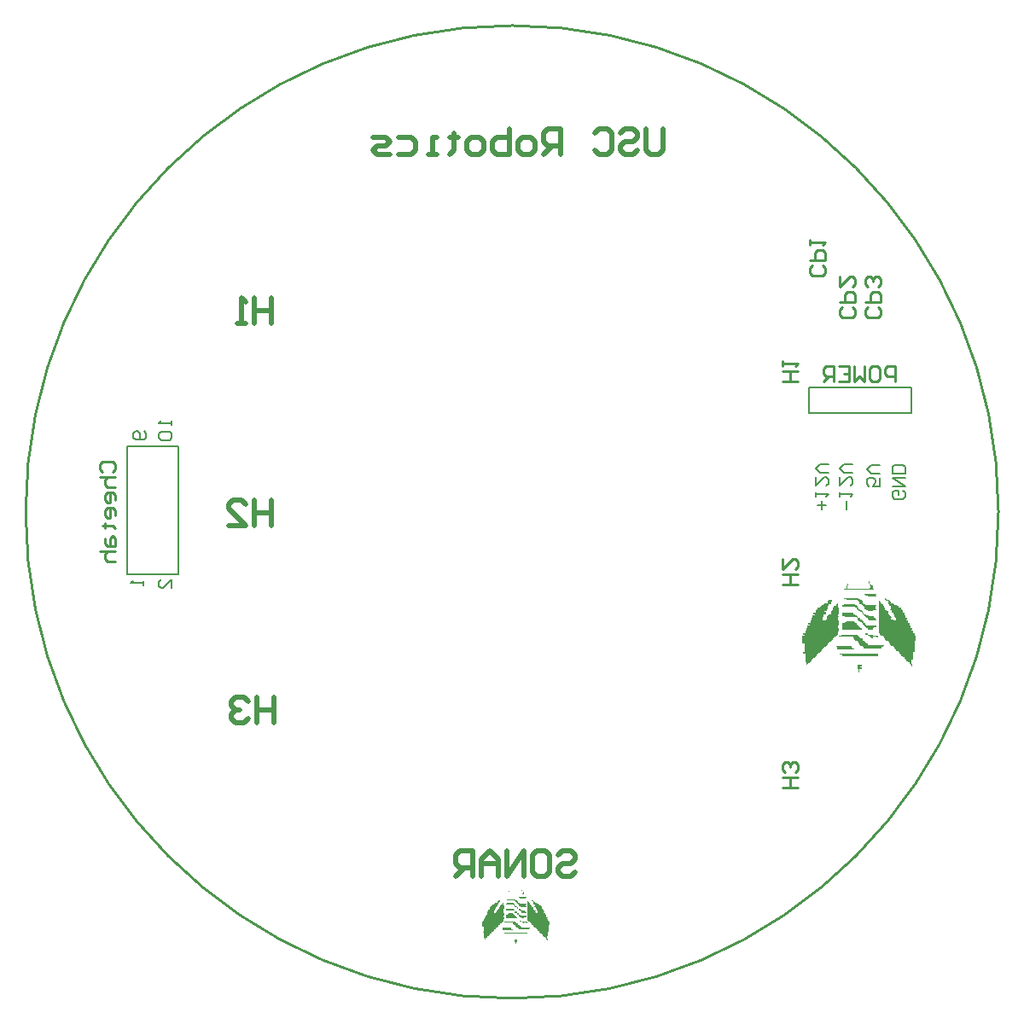
<source format=gbo>
%FSLAX25Y25*%
%MOIN*%
G70*
G01*
G75*
G04 Layer_Color=32896*
%ADD10R,0.03543X0.04331*%
%ADD11R,0.04331X0.03543*%
%ADD12R,0.03543X0.03937*%
%ADD13R,0.04016X0.01614*%
%ADD14R,0.05512X0.04921*%
%ADD15R,0.05512X0.04724*%
%ADD16R,0.04724X0.05512*%
%ADD17O,0.02362X0.08661*%
%ADD18C,0.01000*%
%ADD19C,0.05906*%
%ADD20R,0.05906X0.05906*%
%ADD21C,0.10000*%
%ADD22R,0.05906X0.05906*%
%ADD23C,0.06000*%
%ADD24C,0.05000*%
%ADD25C,0.10787*%
%ADD26R,0.04724X0.04724*%
%ADD27C,0.00787*%
%ADD28C,0.00984*%
%ADD29C,0.02362*%
%ADD30C,0.00800*%
%ADD31C,0.02000*%
G36*
X191346Y38404D02*
X191818D01*
Y38168D01*
X192055D01*
Y37932D01*
X192291D01*
Y37695D01*
Y37459D01*
X192528D01*
Y37222D01*
X193000D01*
Y36986D01*
X195601D01*
Y36750D01*
X195364D01*
Y36513D01*
Y36277D01*
Y36040D01*
X195601D01*
Y35804D01*
X194655D01*
Y35568D01*
X193473D01*
Y35804D01*
X193237D01*
Y36040D01*
X192764D01*
Y36277D01*
Y36513D01*
X192528D01*
Y36750D01*
X192291D01*
Y36986D01*
X192055D01*
Y37222D01*
X191582D01*
Y37459D01*
Y37695D01*
X191346D01*
Y37932D01*
X191109D01*
Y38168D01*
X188509D01*
Y38404D01*
X188036D01*
Y38641D01*
X191346D01*
Y38404D01*
D02*
G37*
G36*
X197728D02*
X197965D01*
Y38168D01*
X198438D01*
Y37932D01*
X198674D01*
Y37695D01*
X198910D01*
Y37459D01*
X199383D01*
Y37222D01*
X199619D01*
Y36986D01*
X200329D01*
Y36750D01*
X200565D01*
Y36513D01*
Y36277D01*
X201274D01*
Y36040D01*
X201511D01*
Y35804D01*
X201747D01*
Y35568D01*
Y35331D01*
Y35095D01*
X201983D01*
Y34858D01*
Y34622D01*
X202220D01*
Y34386D01*
Y34149D01*
Y33913D01*
X202693D01*
Y33676D01*
X202456D01*
Y33440D01*
X202929D01*
Y33204D01*
Y32967D01*
Y32731D01*
X203165D01*
Y32495D01*
Y32258D01*
X203402D01*
Y32022D01*
Y31785D01*
Y31549D01*
X203875D01*
Y31313D01*
X203638D01*
Y31076D01*
X204111D01*
Y30840D01*
Y30603D01*
Y30367D01*
X204347D01*
Y30130D01*
Y29894D01*
X204584D01*
Y29658D01*
Y29421D01*
Y29185D01*
Y28949D01*
Y28712D01*
X204347D01*
Y28476D01*
Y28239D01*
Y28003D01*
Y27767D01*
Y27530D01*
Y27294D01*
Y27057D01*
Y26821D01*
Y26585D01*
Y26348D01*
Y26112D01*
X204111D01*
Y25875D01*
Y25639D01*
Y25403D01*
Y25166D01*
Y24930D01*
Y24693D01*
Y24457D01*
Y24221D01*
X203638D01*
Y23984D01*
Y23748D01*
Y23511D01*
Y23275D01*
X203875D01*
Y23039D01*
Y22802D01*
X203638D01*
Y23039D01*
X203402D01*
Y23275D01*
X203165D01*
Y23511D01*
Y23748D01*
X202929D01*
Y23984D01*
X202456D01*
Y24221D01*
X202220D01*
Y24457D01*
X201983D01*
Y24693D01*
Y24930D01*
X201747D01*
Y25166D01*
X201274D01*
Y25403D01*
X201038D01*
Y25639D01*
X200801D01*
Y25875D01*
Y26112D01*
X200565D01*
Y26348D01*
X200092D01*
Y26585D01*
X199856D01*
Y26821D01*
X199619D01*
Y27057D01*
Y27294D01*
X199383D01*
Y27530D01*
X198910D01*
Y27767D01*
X198674D01*
Y28003D01*
X198438D01*
Y28239D01*
Y28476D01*
X198201D01*
Y28712D01*
X197728D01*
Y28949D01*
X197492D01*
Y29185D01*
X197256D01*
Y29421D01*
Y29658D01*
X197019D01*
Y29894D01*
X196546D01*
Y30130D01*
X196310D01*
Y30367D01*
X196073D01*
Y30603D01*
Y30840D01*
Y31076D01*
Y31313D01*
Y31549D01*
Y31785D01*
Y32022D01*
Y32258D01*
Y32495D01*
Y32731D01*
Y32967D01*
Y33204D01*
Y33440D01*
Y33676D01*
Y33913D01*
Y34149D01*
Y34386D01*
Y34622D01*
Y34858D01*
Y35095D01*
Y35331D01*
Y35568D01*
Y35804D01*
Y36040D01*
Y36277D01*
Y36513D01*
Y36750D01*
Y36986D01*
Y37222D01*
Y37459D01*
Y37695D01*
Y37932D01*
X196310D01*
Y37695D01*
X196546D01*
Y37459D01*
X196783D01*
Y37222D01*
X197019D01*
Y36986D01*
Y36750D01*
X197256D01*
Y36513D01*
Y36277D01*
X197492D01*
Y36040D01*
Y35804D01*
X197965D01*
Y35568D01*
X198201D01*
Y35331D01*
Y35095D01*
Y34858D01*
X198438D01*
Y34622D01*
X198674D01*
Y34386D01*
X198910D01*
Y34149D01*
X199147D01*
Y33913D01*
X198910D01*
Y33676D01*
X199383D01*
Y33440D01*
X200092D01*
Y33676D01*
Y33913D01*
X199856D01*
Y34149D01*
X199619D01*
Y34386D01*
Y34622D01*
Y34858D01*
X199383D01*
Y35095D01*
X199147D01*
Y35331D01*
Y35568D01*
Y35804D01*
X198674D01*
Y36040D01*
X198910D01*
Y36277D01*
Y36513D01*
Y36750D01*
X198438D01*
Y36986D01*
Y37222D01*
X198201D01*
Y37459D01*
Y37695D01*
Y37932D01*
X197728D01*
Y38168D01*
X197492D01*
Y38404D01*
Y38641D01*
X197728D01*
Y38404D01*
D02*
G37*
G36*
X190636Y36986D02*
X190873D01*
Y36750D01*
X191109D01*
Y36513D01*
Y36277D01*
X191346D01*
Y36040D01*
X191818D01*
Y35804D01*
X192055D01*
Y35568D01*
X192291D01*
Y35331D01*
Y35095D01*
X192528D01*
Y34858D01*
X193237D01*
Y34622D01*
X193710D01*
Y34386D01*
X194892D01*
Y34149D01*
Y33913D01*
X195364D01*
Y33676D01*
X195601D01*
Y33440D01*
X193710D01*
Y33676D01*
X193473D01*
Y33913D01*
X193237D01*
Y34149D01*
X193000D01*
Y34386D01*
X192764D01*
Y34622D01*
X192528D01*
Y34858D01*
X192291D01*
Y35095D01*
X192055D01*
Y35331D01*
X191818D01*
Y35568D01*
X191346D01*
Y35804D01*
X191109D01*
Y36040D01*
X190873D01*
Y36277D01*
X190636D01*
Y36513D01*
X187563D01*
Y36750D01*
Y36986D01*
X188036D01*
Y37222D01*
X190636D01*
Y36986D01*
D02*
G37*
G36*
X195601Y39350D02*
X195364D01*
Y39114D01*
X195601D01*
Y38877D01*
X193473D01*
Y39114D01*
X193000D01*
Y39350D01*
X192764D01*
Y39586D01*
X195601D01*
Y39350D01*
D02*
G37*
G36*
X193946Y42187D02*
Y41950D01*
X193710D01*
Y42187D01*
Y42423D01*
X193946D01*
Y42187D01*
D02*
G37*
G36*
X188982Y41714D02*
Y41478D01*
X188745D01*
Y41714D01*
Y41950D01*
X188982D01*
Y41714D01*
D02*
G37*
G36*
X194419Y41478D02*
X194655D01*
Y41241D01*
Y41005D01*
Y40768D01*
X194892D01*
Y40532D01*
X188036D01*
Y40768D01*
X188509D01*
Y41005D01*
Y41241D01*
Y41478D01*
X188745D01*
Y41241D01*
Y41005D01*
Y40768D01*
X193946D01*
Y41005D01*
X194182D01*
Y41241D01*
Y41478D01*
X193946D01*
Y41714D01*
X194419D01*
Y41478D01*
D02*
G37*
G36*
X190164Y34858D02*
X190636D01*
Y34622D01*
X190873D01*
Y34386D01*
X191109D01*
Y34149D01*
Y33913D01*
X191818D01*
Y33676D01*
X192055D01*
Y33440D01*
X192291D01*
Y33204D01*
X192528D01*
Y32967D01*
Y32731D01*
X193000D01*
Y32495D01*
X193237D01*
Y32258D01*
X195601D01*
Y32022D01*
Y31785D01*
X194892D01*
Y31549D01*
X194655D01*
Y31313D01*
X193473D01*
Y31549D01*
X193237D01*
Y31785D01*
X193000D01*
Y32022D01*
X192764D01*
Y32258D01*
X192528D01*
Y32495D01*
X192291D01*
Y32731D01*
X192055D01*
Y32967D01*
X191818D01*
Y33204D01*
X191346D01*
Y33440D01*
X191109D01*
Y33676D01*
Y33913D01*
X190873D01*
Y34149D01*
X188272D01*
Y34386D01*
X187563D01*
Y34622D01*
Y34858D01*
Y35095D01*
X190164D01*
Y34858D01*
D02*
G37*
G36*
X195837Y25403D02*
Y25166D01*
X187563D01*
Y25403D01*
X187091D01*
Y25639D01*
X195837D01*
Y25403D01*
D02*
G37*
G36*
X185199Y37932D02*
Y37695D01*
X184963D01*
Y37459D01*
Y37222D01*
X184490D01*
Y36986D01*
Y36750D01*
X184254D01*
Y36513D01*
Y36277D01*
Y36040D01*
X184017D01*
Y35804D01*
Y35568D01*
X183545D01*
Y35331D01*
X183781D01*
Y35095D01*
Y34858D01*
X183308D01*
Y34622D01*
Y34386D01*
Y34149D01*
X183072D01*
Y33913D01*
Y33676D01*
Y33440D01*
X183781D01*
Y33676D01*
X184017D01*
Y33913D01*
Y34149D01*
Y34386D01*
X184254D01*
Y34622D01*
X184490D01*
Y34858D01*
X184963D01*
Y35095D01*
Y35331D01*
Y35568D01*
X185199D01*
Y35804D01*
X185436D01*
Y36040D01*
Y36277D01*
X185672D01*
Y36513D01*
Y36750D01*
X186145D01*
Y36986D01*
Y37222D01*
X186381D01*
Y37459D01*
X186618D01*
Y37222D01*
Y36986D01*
Y36750D01*
Y36513D01*
Y36277D01*
X186854D01*
Y36040D01*
Y35804D01*
Y35568D01*
Y35331D01*
Y35095D01*
Y34858D01*
X186618D01*
Y34622D01*
Y34386D01*
X186854D01*
Y34149D01*
X186618D01*
Y33913D01*
Y33676D01*
Y33440D01*
X186854D01*
Y33204D01*
Y32967D01*
Y32731D01*
Y32495D01*
Y32258D01*
X186618D01*
Y32022D01*
Y31785D01*
Y31549D01*
X186854D01*
Y31313D01*
Y31076D01*
Y30840D01*
X186618D01*
Y30603D01*
Y30367D01*
Y30130D01*
X186381D01*
Y29894D01*
X186145D01*
Y29658D01*
X185908D01*
Y29421D01*
X185672D01*
Y29185D01*
X185436D01*
Y28949D01*
X185199D01*
Y28712D01*
X184963D01*
Y28476D01*
X184727D01*
Y28239D01*
X184490D01*
Y28003D01*
X184254D01*
Y27767D01*
X184017D01*
Y27530D01*
X183781D01*
Y27294D01*
X183545D01*
Y27057D01*
X183308D01*
Y26821D01*
X183072D01*
Y26585D01*
X182835D01*
Y26348D01*
X182599D01*
Y26112D01*
X182362D01*
Y25875D01*
X182126D01*
Y25639D01*
X181890D01*
Y25403D01*
X181653D01*
Y25166D01*
X181417D01*
Y24930D01*
X181181D01*
Y24693D01*
X180944D01*
Y24457D01*
X180708D01*
Y24221D01*
X180471D01*
Y23984D01*
X180235D01*
Y23748D01*
X179999D01*
Y23511D01*
X179762D01*
Y23275D01*
X179526D01*
Y23039D01*
X179289D01*
Y23275D01*
Y23511D01*
Y23748D01*
X179053D01*
Y23984D01*
Y24221D01*
Y24457D01*
Y24693D01*
Y24930D01*
Y25166D01*
Y25403D01*
Y25639D01*
X178580D01*
Y25875D01*
Y26112D01*
X178817D01*
Y26348D01*
Y26585D01*
Y26821D01*
Y27057D01*
Y27294D01*
Y27530D01*
Y27767D01*
Y28003D01*
X178344D01*
Y28239D01*
Y28476D01*
Y28712D01*
Y28949D01*
Y29185D01*
Y29421D01*
Y29658D01*
Y29894D01*
X178817D01*
Y30130D01*
X178580D01*
Y30367D01*
X179053D01*
Y30603D01*
Y30840D01*
Y31076D01*
X179289D01*
Y31313D01*
Y31549D01*
X179526D01*
Y31785D01*
Y32022D01*
Y32258D01*
X179999D01*
Y32495D01*
X179762D01*
Y32731D01*
X180235D01*
Y32967D01*
Y33204D01*
Y33440D01*
X180471D01*
Y33676D01*
Y33913D01*
X180708D01*
Y34149D01*
Y34386D01*
Y34622D01*
X181181D01*
Y34858D01*
X180944D01*
Y35095D01*
X181417D01*
Y35331D01*
Y35568D01*
Y35804D01*
X181653D01*
Y36040D01*
X181890D01*
Y36277D01*
X182362D01*
Y36513D01*
X182599D01*
Y36750D01*
X182835D01*
Y36986D01*
X183308D01*
Y37222D01*
X183545D01*
Y37459D01*
X184254D01*
Y37695D01*
Y37932D01*
X184490D01*
Y38168D01*
X185199D01*
Y37932D01*
D02*
G37*
G36*
X192055Y22802D02*
X191818D01*
Y22566D01*
X192055D01*
Y22329D01*
Y22093D01*
X191582D01*
Y21857D01*
Y21620D01*
Y21384D01*
X191346D01*
Y21620D01*
Y21857D01*
Y22093D01*
X191109D01*
Y22329D01*
Y22566D01*
Y22802D01*
Y23039D01*
X192055D01*
Y22802D01*
D02*
G37*
G36*
X189691Y27294D02*
Y27057D01*
X189927D01*
Y26821D01*
X190400D01*
Y26585D01*
X186381D01*
Y26821D01*
Y27057D01*
Y27294D01*
X186145D01*
Y27530D01*
X189691D01*
Y27294D01*
D02*
G37*
G36*
X190400Y32967D02*
X190636D01*
Y32731D01*
X190873D01*
Y32495D01*
X191109D01*
Y32258D01*
X191346D01*
Y32022D01*
X191582D01*
Y31785D01*
X191818D01*
Y31549D01*
X192055D01*
Y31313D01*
X187563D01*
Y31549D01*
Y31785D01*
Y32022D01*
Y32258D01*
Y32495D01*
Y32731D01*
X188272D01*
Y32967D01*
X188509D01*
Y33204D01*
X190400D01*
Y32967D01*
D02*
G37*
G36*
X193473Y30130D02*
X194655D01*
Y29894D01*
X195837D01*
Y29658D01*
Y29421D01*
X195601D01*
Y29658D01*
X194655D01*
Y29421D01*
Y29185D01*
X194419D01*
Y29421D01*
X194182D01*
Y29658D01*
X193946D01*
Y29894D01*
X193473D01*
Y30130D01*
X193000D01*
Y30367D01*
X193473D01*
Y30130D01*
D02*
G37*
G36*
X191109Y29894D02*
X191346D01*
Y29658D01*
X191582D01*
Y29421D01*
X191818D01*
Y29185D01*
X192291D01*
Y28949D01*
Y28712D01*
X192764D01*
Y28476D01*
X193000D01*
Y28239D01*
X193237D01*
Y28003D01*
X193473D01*
Y27767D01*
X197256D01*
Y27530D01*
X197019D01*
Y27294D01*
X196783D01*
Y27057D01*
Y26821D01*
X192528D01*
Y27057D01*
Y27294D01*
X192291D01*
Y27530D01*
X191818D01*
Y27767D01*
X191582D01*
Y28003D01*
X191346D01*
Y28239D01*
Y28476D01*
X191109D01*
Y28712D01*
X190636D01*
Y28949D01*
X190400D01*
Y29185D01*
X190164D01*
Y29421D01*
Y29658D01*
X186854D01*
Y29894D01*
X187327D01*
Y30130D01*
X191109D01*
Y29894D01*
D02*
G37*
G36*
X325280Y156061D02*
X326076D01*
Y155662D01*
X326474D01*
Y155264D01*
X326873D01*
Y154866D01*
Y154467D01*
X327271D01*
Y154069D01*
X328068D01*
Y153671D01*
X332449D01*
Y153273D01*
X332051D01*
Y152874D01*
Y152476D01*
Y152078D01*
X332449D01*
Y151679D01*
X330856D01*
Y151281D01*
X328864D01*
Y151679D01*
X328466D01*
Y152078D01*
X327669D01*
Y152476D01*
Y152874D01*
X327271D01*
Y153273D01*
X326873D01*
Y153671D01*
X326474D01*
Y154069D01*
X325678D01*
Y154467D01*
Y154866D01*
X325280D01*
Y155264D01*
X324881D01*
Y155662D01*
X320500D01*
Y156061D01*
X319704D01*
Y156459D01*
X325280D01*
Y156061D01*
D02*
G37*
G36*
X336033D02*
X336432D01*
Y155662D01*
X337228D01*
Y155264D01*
X337627D01*
Y154866D01*
X338025D01*
Y154467D01*
X338822D01*
Y154069D01*
X339220D01*
Y153671D01*
X340415D01*
Y153273D01*
X340813D01*
Y152874D01*
Y152476D01*
X342008D01*
Y152078D01*
X342406D01*
Y151679D01*
X342804D01*
Y151281D01*
Y150883D01*
Y150485D01*
X343203D01*
Y150086D01*
Y149688D01*
X343601D01*
Y149290D01*
Y148891D01*
Y148493D01*
X344397D01*
Y148095D01*
X343999D01*
Y147696D01*
X344796D01*
Y147298D01*
Y146900D01*
Y146502D01*
X345194D01*
Y146103D01*
Y145705D01*
X345592D01*
Y145307D01*
Y144908D01*
Y144510D01*
X346389D01*
Y144112D01*
X345991D01*
Y143714D01*
X346787D01*
Y143315D01*
Y142917D01*
Y142519D01*
X347185D01*
Y142121D01*
Y141722D01*
X347584D01*
Y141324D01*
Y140926D01*
Y140527D01*
Y140129D01*
Y139731D01*
X347185D01*
Y139332D01*
Y138934D01*
Y138536D01*
Y138138D01*
Y137739D01*
Y137341D01*
Y136943D01*
Y136545D01*
Y136146D01*
Y135748D01*
Y135350D01*
X346787D01*
Y134951D01*
Y134553D01*
Y134155D01*
Y133756D01*
Y133358D01*
Y132960D01*
Y132562D01*
Y132163D01*
X345991D01*
Y131765D01*
Y131367D01*
Y130968D01*
Y130570D01*
X346389D01*
Y130172D01*
Y129774D01*
X345991D01*
Y130172D01*
X345592D01*
Y130570D01*
X345194D01*
Y130968D01*
Y131367D01*
X344796D01*
Y131765D01*
X343999D01*
Y132163D01*
X343601D01*
Y132562D01*
X343203D01*
Y132960D01*
Y133358D01*
X342804D01*
Y133756D01*
X342008D01*
Y134155D01*
X341610D01*
Y134553D01*
X341211D01*
Y134951D01*
Y135350D01*
X340813D01*
Y135748D01*
X340016D01*
Y136146D01*
X339618D01*
Y136545D01*
X339220D01*
Y136943D01*
Y137341D01*
X338822D01*
Y137739D01*
X338025D01*
Y138138D01*
X337627D01*
Y138536D01*
X337228D01*
Y138934D01*
Y139332D01*
X336830D01*
Y139731D01*
X336033D01*
Y140129D01*
X335635D01*
Y140527D01*
X335237D01*
Y140926D01*
Y141324D01*
X334839D01*
Y141722D01*
X334042D01*
Y142121D01*
X333644D01*
Y142519D01*
X333245D01*
Y142917D01*
Y143315D01*
Y143714D01*
Y144112D01*
Y144510D01*
Y144908D01*
Y145307D01*
Y145705D01*
Y146103D01*
Y146502D01*
Y146900D01*
Y147298D01*
Y147696D01*
Y148095D01*
Y148493D01*
Y148891D01*
Y149290D01*
Y149688D01*
Y150086D01*
Y150485D01*
Y150883D01*
Y151281D01*
Y151679D01*
Y152078D01*
Y152476D01*
Y152874D01*
Y153273D01*
Y153671D01*
Y154069D01*
Y154467D01*
Y154866D01*
Y155264D01*
X333644D01*
Y154866D01*
X334042D01*
Y154467D01*
X334440D01*
Y154069D01*
X334839D01*
Y153671D01*
Y153273D01*
X335237D01*
Y152874D01*
Y152476D01*
X335635D01*
Y152078D01*
Y151679D01*
X336432D01*
Y151281D01*
X336830D01*
Y150883D01*
Y150485D01*
Y150086D01*
X337228D01*
Y149688D01*
X337627D01*
Y149290D01*
X338025D01*
Y148891D01*
X338423D01*
Y148493D01*
X338025D01*
Y148095D01*
X338822D01*
Y147696D01*
X340016D01*
Y148095D01*
Y148493D01*
X339618D01*
Y148891D01*
X339220D01*
Y149290D01*
Y149688D01*
Y150086D01*
X338822D01*
Y150485D01*
X338423D01*
Y150883D01*
Y151281D01*
Y151679D01*
X337627D01*
Y152078D01*
X338025D01*
Y152476D01*
Y152874D01*
Y153273D01*
X337228D01*
Y153671D01*
Y154069D01*
X336830D01*
Y154467D01*
Y154866D01*
Y155264D01*
X336033D01*
Y155662D01*
X335635D01*
Y156061D01*
Y156459D01*
X336033D01*
Y156061D01*
D02*
G37*
G36*
X324085Y153671D02*
X324483D01*
Y153273D01*
X324881D01*
Y152874D01*
Y152476D01*
X325280D01*
Y152078D01*
X326076D01*
Y151679D01*
X326474D01*
Y151281D01*
X326873D01*
Y150883D01*
Y150485D01*
X327271D01*
Y150086D01*
X328466D01*
Y149688D01*
X329263D01*
Y149290D01*
X331254D01*
Y148891D01*
Y148493D01*
X332051D01*
Y148095D01*
X332449D01*
Y147696D01*
X329263D01*
Y148095D01*
X328864D01*
Y148493D01*
X328466D01*
Y148891D01*
X328068D01*
Y149290D01*
X327669D01*
Y149688D01*
X327271D01*
Y150086D01*
X326873D01*
Y150485D01*
X326474D01*
Y150883D01*
X326076D01*
Y151281D01*
X325280D01*
Y151679D01*
X324881D01*
Y152078D01*
X324483D01*
Y152476D01*
X324085D01*
Y152874D01*
X318907D01*
Y153273D01*
Y153671D01*
X319704D01*
Y154069D01*
X324085D01*
Y153671D01*
D02*
G37*
G36*
X332449Y157654D02*
X332051D01*
Y157255D01*
X332449D01*
Y156857D01*
X328864D01*
Y157255D01*
X328068D01*
Y157654D01*
X327669D01*
Y158052D01*
X332449D01*
Y157654D01*
D02*
G37*
G36*
X329661Y162433D02*
Y162035D01*
X329263D01*
Y162433D01*
Y162831D01*
X329661D01*
Y162433D01*
D02*
G37*
G36*
X321297Y161637D02*
Y161238D01*
X320899D01*
Y161637D01*
Y162035D01*
X321297D01*
Y161637D01*
D02*
G37*
G36*
X330457Y161238D02*
X330856D01*
Y160840D01*
Y160442D01*
Y160043D01*
X331254D01*
Y159645D01*
X319704D01*
Y160043D01*
X320500D01*
Y160442D01*
Y160840D01*
Y161238D01*
X320899D01*
Y160840D01*
Y160442D01*
Y160043D01*
X329661D01*
Y160442D01*
X330059D01*
Y160840D01*
Y161238D01*
X329661D01*
Y161637D01*
X330457D01*
Y161238D01*
D02*
G37*
G36*
X323288Y150086D02*
X324085D01*
Y149688D01*
X324483D01*
Y149290D01*
X324881D01*
Y148891D01*
Y148493D01*
X326076D01*
Y148095D01*
X326474D01*
Y147696D01*
X326873D01*
Y147298D01*
X327271D01*
Y146900D01*
Y146502D01*
X328068D01*
Y146103D01*
X328466D01*
Y145705D01*
X332449D01*
Y145307D01*
Y144908D01*
X331254D01*
Y144510D01*
X330856D01*
Y144112D01*
X328864D01*
Y144510D01*
X328466D01*
Y144908D01*
X328068D01*
Y145307D01*
X327669D01*
Y145705D01*
X327271D01*
Y146103D01*
X326873D01*
Y146502D01*
X326474D01*
Y146900D01*
X326076D01*
Y147298D01*
X325280D01*
Y147696D01*
X324881D01*
Y148095D01*
Y148493D01*
X324483D01*
Y148891D01*
X320102D01*
Y149290D01*
X318907D01*
Y149688D01*
Y150086D01*
Y150485D01*
X323288D01*
Y150086D01*
D02*
G37*
G36*
X332847Y134155D02*
Y133756D01*
X318907D01*
Y134155D01*
X318110D01*
Y134553D01*
X332847D01*
Y134155D01*
D02*
G37*
G36*
X314924Y155264D02*
Y154866D01*
X314526D01*
Y154467D01*
Y154069D01*
X313729D01*
Y153671D01*
Y153273D01*
X313331D01*
Y152874D01*
Y152476D01*
Y152078D01*
X312933D01*
Y151679D01*
Y151281D01*
X312136D01*
Y150883D01*
X312534D01*
Y150485D01*
Y150086D01*
X311738D01*
Y149688D01*
Y149290D01*
Y148891D01*
X311340D01*
Y148493D01*
Y148095D01*
Y147696D01*
X312534D01*
Y148095D01*
X312933D01*
Y148493D01*
Y148891D01*
Y149290D01*
X313331D01*
Y149688D01*
X313729D01*
Y150086D01*
X314526D01*
Y150485D01*
Y150883D01*
Y151281D01*
X314924D01*
Y151679D01*
X315322D01*
Y152078D01*
Y152476D01*
X315721D01*
Y152874D01*
Y153273D01*
X316517D01*
Y153671D01*
Y154069D01*
X316916D01*
Y154467D01*
X317314D01*
Y154069D01*
Y153671D01*
Y153273D01*
Y152874D01*
Y152476D01*
X317712D01*
Y152078D01*
Y151679D01*
Y151281D01*
Y150883D01*
Y150485D01*
Y150086D01*
X317314D01*
Y149688D01*
Y149290D01*
X317712D01*
Y148891D01*
X317314D01*
Y148493D01*
Y148095D01*
Y147696D01*
X317712D01*
Y147298D01*
Y146900D01*
Y146502D01*
Y146103D01*
Y145705D01*
X317314D01*
Y145307D01*
Y144908D01*
Y144510D01*
X317712D01*
Y144112D01*
Y143714D01*
Y143315D01*
X317314D01*
Y142917D01*
Y142519D01*
Y142121D01*
X316916D01*
Y141722D01*
X316517D01*
Y141324D01*
X316119D01*
Y140926D01*
X315721D01*
Y140527D01*
X315322D01*
Y140129D01*
X314924D01*
Y139731D01*
X314526D01*
Y139332D01*
X314128D01*
Y138934D01*
X313729D01*
Y138536D01*
X313331D01*
Y138138D01*
X312933D01*
Y137739D01*
X312534D01*
Y137341D01*
X312136D01*
Y136943D01*
X311738D01*
Y136545D01*
X311340D01*
Y136146D01*
X310941D01*
Y135748D01*
X310543D01*
Y135350D01*
X310145D01*
Y134951D01*
X309747D01*
Y134553D01*
X309348D01*
Y134155D01*
X308950D01*
Y133756D01*
X308552D01*
Y133358D01*
X308153D01*
Y132960D01*
X307755D01*
Y132562D01*
X307357D01*
Y132163D01*
X306958D01*
Y131765D01*
X306560D01*
Y131367D01*
X306162D01*
Y130968D01*
X305764D01*
Y130570D01*
X305365D01*
Y130172D01*
X304967D01*
Y130570D01*
Y130968D01*
Y131367D01*
X304569D01*
Y131765D01*
Y132163D01*
Y132562D01*
Y132960D01*
Y133358D01*
Y133756D01*
Y134155D01*
Y134553D01*
X303772D01*
Y134951D01*
Y135350D01*
X304170D01*
Y135748D01*
Y136146D01*
Y136545D01*
Y136943D01*
Y137341D01*
Y137739D01*
Y138138D01*
Y138536D01*
X303374D01*
Y138934D01*
Y139332D01*
Y139731D01*
Y140129D01*
Y140527D01*
Y140926D01*
Y141324D01*
Y141722D01*
X304170D01*
Y142121D01*
X303772D01*
Y142519D01*
X304569D01*
Y142917D01*
Y143315D01*
Y143714D01*
X304967D01*
Y144112D01*
Y144510D01*
X305365D01*
Y144908D01*
Y145307D01*
Y145705D01*
X306162D01*
Y146103D01*
X305764D01*
Y146502D01*
X306560D01*
Y146900D01*
Y147298D01*
Y147696D01*
X306958D01*
Y148095D01*
Y148493D01*
X307357D01*
Y148891D01*
Y149290D01*
Y149688D01*
X308153D01*
Y150086D01*
X307755D01*
Y150485D01*
X308552D01*
Y150883D01*
Y151281D01*
Y151679D01*
X308950D01*
Y152078D01*
X309348D01*
Y152476D01*
X310145D01*
Y152874D01*
X310543D01*
Y153273D01*
X310941D01*
Y153671D01*
X311738D01*
Y154069D01*
X312136D01*
Y154467D01*
X313331D01*
Y154866D01*
Y155264D01*
X313729D01*
Y155662D01*
X314924D01*
Y155264D01*
D02*
G37*
G36*
X326474Y129774D02*
X326076D01*
Y129375D01*
X326474D01*
Y128977D01*
Y128579D01*
X325678D01*
Y128180D01*
Y127782D01*
Y127384D01*
X325280D01*
Y127782D01*
Y128180D01*
Y128579D01*
X324881D01*
Y128977D01*
Y129375D01*
Y129774D01*
Y130172D01*
X326474D01*
Y129774D01*
D02*
G37*
G36*
X322492Y137341D02*
Y136943D01*
X322890D01*
Y136545D01*
X323687D01*
Y136146D01*
X316916D01*
Y136545D01*
Y136943D01*
Y137341D01*
X316517D01*
Y137739D01*
X322492D01*
Y137341D01*
D02*
G37*
G36*
X323687Y146900D02*
X324085D01*
Y146502D01*
X324483D01*
Y146103D01*
X324881D01*
Y145705D01*
X325280D01*
Y145307D01*
X325678D01*
Y144908D01*
X326076D01*
Y144510D01*
X326474D01*
Y144112D01*
X318907D01*
Y144510D01*
Y144908D01*
Y145307D01*
Y145705D01*
Y146103D01*
Y146502D01*
X320102D01*
Y146900D01*
X320500D01*
Y147298D01*
X323687D01*
Y146900D01*
D02*
G37*
G36*
X328864Y142121D02*
X330856D01*
Y141722D01*
X332847D01*
Y141324D01*
Y140926D01*
X332449D01*
Y141324D01*
X330856D01*
Y140926D01*
Y140527D01*
X330457D01*
Y140926D01*
X330059D01*
Y141324D01*
X329661D01*
Y141722D01*
X328864D01*
Y142121D01*
X328068D01*
Y142519D01*
X328864D01*
Y142121D01*
D02*
G37*
G36*
X324881Y141722D02*
X325280D01*
Y141324D01*
X325678D01*
Y140926D01*
X326076D01*
Y140527D01*
X326873D01*
Y140129D01*
Y139731D01*
X327669D01*
Y139332D01*
X328068D01*
Y138934D01*
X328466D01*
Y138536D01*
X328864D01*
Y138138D01*
X335237D01*
Y137739D01*
X334839D01*
Y137341D01*
X334440D01*
Y136943D01*
Y136545D01*
X327271D01*
Y136943D01*
Y137341D01*
X326873D01*
Y137739D01*
X326076D01*
Y138138D01*
X325678D01*
Y138536D01*
X325280D01*
Y138934D01*
Y139332D01*
X324881D01*
Y139731D01*
X324085D01*
Y140129D01*
X323687D01*
Y140527D01*
X323288D01*
Y140926D01*
Y141324D01*
X317712D01*
Y141722D01*
X318509D01*
Y142121D01*
X324881D01*
Y141722D01*
D02*
G37*
D18*
X380000Y190000D02*
G03*
X380000Y190000I-190000J0D01*
G01*
X30002Y205501D02*
X29002Y206501D01*
Y208500D01*
X30002Y209500D01*
X34000D01*
X35000Y208500D01*
Y206501D01*
X34000Y205501D01*
X29002Y203502D02*
X35000D01*
X32001D01*
X31001Y202502D01*
Y200503D01*
X32001Y199503D01*
X35000D01*
Y194505D02*
Y196504D01*
X34000Y197504D01*
X32001D01*
X31001Y196504D01*
Y194505D01*
X32001Y193505D01*
X33001D01*
Y197504D01*
X35000Y188507D02*
Y190506D01*
X34000Y191506D01*
X32001D01*
X31001Y190506D01*
Y188507D01*
X32001Y187507D01*
X33001D01*
Y191506D01*
X30002Y184508D02*
X31001D01*
Y185508D01*
Y183508D01*
Y184508D01*
X34000D01*
X35000Y183508D01*
X31001Y179510D02*
Y177510D01*
X32001Y176511D01*
X35000D01*
Y179510D01*
X34000Y180509D01*
X33001Y179510D01*
Y176511D01*
X29002Y174511D02*
X35000D01*
X32001D01*
X31001Y173512D01*
Y171512D01*
X32001Y170513D01*
X35000D01*
X301748Y241050D02*
X295750D01*
X298749D01*
Y245049D01*
X301748D01*
X295750D01*
Y247048D02*
Y249047D01*
Y248048D01*
X301748D01*
X300748Y247048D01*
X301748Y161750D02*
X295750D01*
X298749D01*
Y165749D01*
X301748D01*
X295750D01*
Y171747D02*
Y167748D01*
X299749Y171747D01*
X300748D01*
X301748Y170747D01*
Y168748D01*
X300748Y167748D01*
X301748Y82450D02*
X295750D01*
X298749D01*
Y86449D01*
X301748D01*
X295750D01*
X300748Y88448D02*
X301748Y89448D01*
Y91447D01*
X300748Y92447D01*
X299749D01*
X298749Y91447D01*
Y90447D01*
Y91447D01*
X297749Y92447D01*
X296750D01*
X295750Y91447D01*
Y89448D01*
X296750Y88448D01*
X339500Y241000D02*
Y246998D01*
X336501D01*
X335501Y245998D01*
Y243999D01*
X336501Y242999D01*
X339500D01*
X330503Y246998D02*
X332502D01*
X333502Y245998D01*
Y242000D01*
X332502Y241000D01*
X330503D01*
X329503Y242000D01*
Y245998D01*
X330503Y246998D01*
X327504D02*
Y241000D01*
X325504Y242999D01*
X323505Y241000D01*
Y246998D01*
X317507D02*
X321506D01*
Y241000D01*
X317507D01*
X321506Y243999D02*
X319507D01*
X315508Y241000D02*
Y246998D01*
X312509D01*
X311509Y245998D01*
Y243999D01*
X312509Y242999D01*
X315508D01*
X313508D02*
X311509Y241000D01*
X311298Y286299D02*
X312298Y285299D01*
Y283300D01*
X311298Y282300D01*
X307300D01*
X306300Y283300D01*
Y285299D01*
X307300Y286299D01*
X306300Y288298D02*
X312298D01*
Y291297D01*
X311298Y292297D01*
X309299D01*
X308299Y291297D01*
Y288298D01*
X306300Y294296D02*
Y296295D01*
Y295296D01*
X312298D01*
X311298Y294296D01*
X322998Y269999D02*
X323998Y268999D01*
Y267000D01*
X322998Y266000D01*
X319000D01*
X318000Y267000D01*
Y268999D01*
X319000Y269999D01*
X318000Y271998D02*
X323998D01*
Y274997D01*
X322998Y275997D01*
X320999D01*
X319999Y274997D01*
Y271998D01*
X318000Y281995D02*
Y277996D01*
X321999Y281995D01*
X322998D01*
X323998Y280995D01*
Y278996D01*
X322998Y277996D01*
X332998Y269999D02*
X333998Y268999D01*
Y267000D01*
X332998Y266000D01*
X329000D01*
X328000Y267000D01*
Y268999D01*
X329000Y269999D01*
X328000Y271998D02*
X333998D01*
Y274997D01*
X332998Y275997D01*
X330999D01*
X329999Y274997D01*
Y271998D01*
X332998Y277996D02*
X333998Y278996D01*
Y280995D01*
X332998Y281995D01*
X331999D01*
X330999Y280995D01*
Y279995D01*
Y280995D01*
X329999Y281995D01*
X329000D01*
X328000Y280995D01*
Y278996D01*
X329000Y277996D01*
D27*
X306000Y228500D02*
Y238500D01*
Y228500D02*
X346000D01*
X306000Y238500D02*
X346000D01*
Y228500D02*
Y238500D01*
X39500Y165500D02*
Y215500D01*
X59500Y165500D02*
Y215500D01*
X39500Y165500D02*
X59500D01*
X39500Y215500D02*
X59500D01*
D30*
X310999Y191000D02*
Y194332D01*
X312665Y192666D02*
X309333D01*
X308500Y195998D02*
Y197664D01*
Y196831D01*
X313498D01*
X312665Y195998D01*
X308500Y203496D02*
Y200164D01*
X311832Y203496D01*
X312665D01*
X313498Y202663D01*
Y200997D01*
X312665Y200164D01*
X313498Y205162D02*
X310166D01*
X308500Y206828D01*
X310166Y208494D01*
X313498D01*
X320499Y191000D02*
Y194332D01*
X318000Y195998D02*
Y197664D01*
Y196831D01*
X322998D01*
X322165Y195998D01*
X318000Y203496D02*
Y200164D01*
X321332Y203496D01*
X322165D01*
X322998Y202663D01*
Y200997D01*
X322165Y200164D01*
X322998Y205162D02*
X319666D01*
X318000Y206828D01*
X319666Y208494D01*
X322998D01*
X333498Y203332D02*
Y200000D01*
X330999D01*
X331832Y201666D01*
Y202499D01*
X330999Y203332D01*
X329333D01*
X328500Y202499D01*
Y200833D01*
X329333Y200000D01*
X333498Y204998D02*
X330166D01*
X328500Y206664D01*
X330166Y208331D01*
X333498D01*
X57000Y225500D02*
Y223834D01*
Y224667D01*
X52002D01*
X52835Y225500D01*
Y221335D02*
X52002Y220502D01*
Y218835D01*
X52835Y218002D01*
X56167D01*
X57000Y218835D01*
Y220502D01*
X56167Y221335D01*
X52835D01*
X46167Y221500D02*
X47000Y220667D01*
Y219001D01*
X46167Y218168D01*
X42835D01*
X42002Y219001D01*
Y220667D01*
X42835Y221500D01*
X43668D01*
X44501Y220667D01*
Y218168D01*
X46000Y163000D02*
Y161334D01*
Y162167D01*
X41002D01*
X41835Y163000D01*
X57000Y160168D02*
Y163500D01*
X53668Y160168D01*
X52835D01*
X52002Y161001D01*
Y162667D01*
X52835Y163500D01*
X342665Y198332D02*
X343498Y197499D01*
Y195833D01*
X342665Y195000D01*
X339333D01*
X338500Y195833D01*
Y197499D01*
X339333Y198332D01*
X340999D01*
Y196666D01*
X338500Y199998D02*
X343498D01*
X338500Y203331D01*
X343498D01*
Y204997D02*
X338500D01*
Y207496D01*
X339333Y208329D01*
X342665D01*
X343498Y207496D01*
Y204997D01*
D31*
X96000Y273497D02*
Y263500D01*
Y268498D01*
X89336D01*
Y273497D01*
Y263500D01*
X86003D02*
X82671D01*
X84337D01*
Y273497D01*
X86003Y271831D01*
X96000Y194497D02*
Y184500D01*
Y189498D01*
X89336D01*
Y194497D01*
Y184500D01*
X79339D02*
X86003D01*
X79339Y191165D01*
Y192831D01*
X81005Y194497D01*
X84337D01*
X86003Y192831D01*
X97000Y117497D02*
Y107500D01*
Y112498D01*
X90336D01*
Y117497D01*
Y107500D01*
X87003Y115831D02*
X85337Y117497D01*
X82005D01*
X80339Y115831D01*
Y114164D01*
X82005Y112498D01*
X83671D01*
X82005D01*
X80339Y110832D01*
Y109166D01*
X82005Y107500D01*
X85337D01*
X87003Y109166D01*
X249000Y339497D02*
Y331166D01*
X247334Y329500D01*
X244002D01*
X242336Y331166D01*
Y339497D01*
X232339Y337831D02*
X234005Y339497D01*
X237337D01*
X239003Y337831D01*
Y336164D01*
X237337Y334498D01*
X234005D01*
X232339Y332832D01*
Y331166D01*
X234005Y329500D01*
X237337D01*
X239003Y331166D01*
X222342Y337831D02*
X224008Y339497D01*
X227340D01*
X229007Y337831D01*
Y331166D01*
X227340Y329500D01*
X224008D01*
X222342Y331166D01*
X209013Y329500D02*
Y339497D01*
X204014D01*
X202348Y337831D01*
Y334498D01*
X204014Y332832D01*
X209013D01*
X205681D02*
X202348Y329500D01*
X197350D02*
X194018D01*
X192352Y331166D01*
Y334498D01*
X194018Y336164D01*
X197350D01*
X199016Y334498D01*
Y331166D01*
X197350Y329500D01*
X189019Y339497D02*
Y329500D01*
X184021D01*
X182355Y331166D01*
Y332832D01*
Y334498D01*
X184021Y336164D01*
X189019D01*
X177357Y329500D02*
X174024D01*
X172358Y331166D01*
Y334498D01*
X174024Y336164D01*
X177357D01*
X179023Y334498D01*
Y331166D01*
X177357Y329500D01*
X167360Y337831D02*
Y336164D01*
X169026D01*
X165694D01*
X167360D01*
Y331166D01*
X165694Y329500D01*
X160695D02*
X157363D01*
X159029D01*
Y336164D01*
X160695D01*
X145700D02*
X150698D01*
X152365Y334498D01*
Y331166D01*
X150698Y329500D01*
X145700D01*
X142368D02*
X137369D01*
X135703Y331166D01*
X137369Y332832D01*
X140702D01*
X142368Y334498D01*
X140702Y336164D01*
X135703D01*
X207836Y55831D02*
X209502Y57497D01*
X212834D01*
X214500Y55831D01*
Y54164D01*
X212834Y52498D01*
X209502D01*
X207836Y50832D01*
Y49166D01*
X209502Y47500D01*
X212834D01*
X214500Y49166D01*
X199505Y57497D02*
X202837D01*
X204503Y55831D01*
Y49166D01*
X202837Y47500D01*
X199505D01*
X197839Y49166D01*
Y55831D01*
X199505Y57497D01*
X194507Y47500D02*
Y57497D01*
X187842Y47500D01*
Y57497D01*
X184510Y47500D02*
Y54164D01*
X181177Y57497D01*
X177845Y54164D01*
Y47500D01*
Y52498D01*
X184510D01*
X174513Y47500D02*
Y57497D01*
X169515D01*
X167848Y55831D01*
Y52498D01*
X169515Y50832D01*
X174513D01*
X171181D02*
X167848Y47500D01*
M02*

</source>
